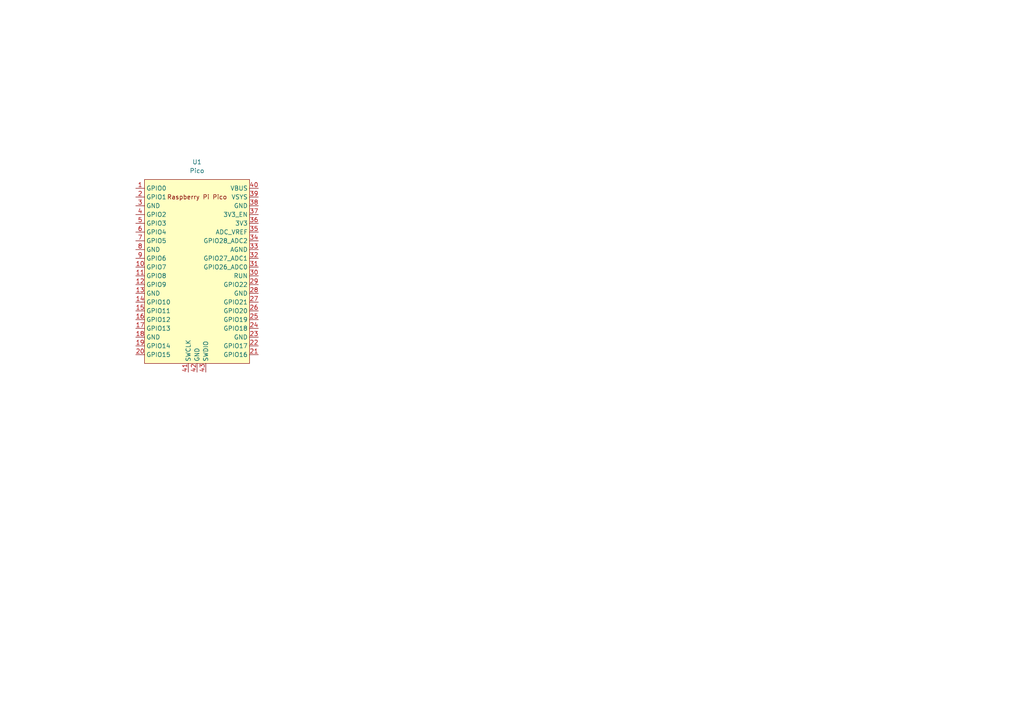
<source format=kicad_sch>
(kicad_sch (version 20231120) (generator "eeschema") (generator_version "8.0")
  (paper "A4")
  (lib_symbols
    (symbol "MCU_RaspberryPi_and_Boards:Pico"
      (property "Reference" "U" (at -13.97 27.94 0))
      (property "Value" "Pico" (at 0 19.05 0))
      (symbol "Pico_0_0"
        (text "Raspberry Pi Pico" (at 0 21.59 0) (effects (font (size 1.27 1.27))))
      )
      (symbol "Pico_0_1"
        (rectangle (start -15.24 26.67) (end 15.24 -26.67) (fill (type background)))
      )
      (symbol "Pico_1_1"
        (pin bidirectional line (at -17.78 24.13 0) (length 2.54) (name "GPIO0") (number "1"))
        (pin bidirectional line (at -17.78 1.27 0) (length 2.54) (name "GPIO7") (number "10"))
        (pin bidirectional line (at -17.78 -1.27 0) (length 2.54) (name "GPIO8") (number "11"))
        (pin bidirectional line (at -17.78 -3.81 0) (length 2.54) (name "GPIO9") (number "12"))
        (pin power_in line (at -17.78 -6.35 0) (length 2.54) (name "GND") (number "13"))
        (pin bidirectional line (at -17.78 -8.89 0) (length 2.54) (name "GPIO10") (number "14"))
        (pin bidirectional line (at -17.78 -11.43 0) (length 2.54) (name "GPIO11") (number "15"))
        (pin bidirectional line (at -17.78 -13.97 0) (length 2.54) (name "GPIO12") (number "16"))
        (pin bidirectional line (at -17.78 -16.51 0) (length 2.54) (name "GPIO13") (number "17"))
        (pin power_in line (at -17.78 -19.05 0) (length 2.54) (name "GND") (number "18"))
        (pin bidirectional line (at -17.78 -21.59 0) (length 2.54) (name "GPIO14") (number "19"))
        (pin bidirectional line (at -17.78 21.59 0) (length 2.54) (name "GPIO1") (number "2"))
        (pin bidirectional line (at -17.78 -24.13 0) (length 2.54) (name "GPIO15") (number "20"))
        (pin bidirectional line (at 17.78 -24.13 180) (length 2.54) (name "GPIO16") (number "21"))
        (pin bidirectional line (at 17.78 -21.59 180) (length 2.54) (name "GPIO17") (number "22"))
        (pin power_in line (at 17.78 -19.05 180) (length 2.54) (name "GND") (number "23"))
        (pin bidirectional line (at 17.78 -16.51 180) (length 2.54) (name "GPIO18") (number "24"))
        (pin bidirectional line (at 17.78 -13.97 180) (length 2.54) (name "GPIO19") (number "25"))
        (pin bidirectional line (at 17.78 -11.43 180) (length 2.54) (name "GPIO20") (number "26"))
        (pin bidirectional line (at 17.78 -8.89 180) (length 2.54) (name "GPIO21") (number "27"))
        (pin power_in line (at 17.78 -6.35 180) (length 2.54) (name "GND") (number "28"))
        (pin bidirectional line (at 17.78 -3.81 180) (length 2.54) (name "GPIO22") (number "29"))
        (pin power_in line (at -17.78 19.05 0) (length 2.54) (name "GND") (number "3"))
        (pin input line (at 17.78 -1.27 180) (length 2.54) (name "RUN") (number "30"))
        (pin bidirectional line (at 17.78 1.27 180) (length 2.54) (name "GPIO26_ADC0") (number "31"))
        (pin bidirectional line (at 17.78 3.81 180) (length 2.54) (name "GPIO27_ADC1") (number "32"))
        (pin power_in line (at 17.78 6.35 180) (length 2.54) (name "AGND") (number "33"))
        (pin bidirectional line (at 17.78 8.89 180) (length 2.54) (name "GPIO28_ADC2") (number "34"))
        (pin power_in line (at 17.78 11.43 180) (length 2.54) (name "ADC_VREF") (number "35"))
        (pin power_in line (at 17.78 13.97 180) (length 2.54) (name "3V3") (number "36"))
        (pin input line (at 17.78 16.51 180) (length 2.54) (name "3V3_EN") (number "37"))
        (pin bidirectional line (at 17.78 19.05 180) (length 2.54) (name "GND") (number "38"))
        (pin power_in line (at 17.78 21.59 180) (length 2.54) (name "VSYS") (number "39"))
        (pin bidirectional line (at -17.78 16.51 0) (length 2.54) (name "GPIO2") (number "4"))
        (pin power_in line (at 17.78 24.13 180) (length 2.54) (name "VBUS") (number "40"))
        (pin input line (at -2.54 -29.21 90) (length 2.54) (name "SWCLK") (number "41"))
        (pin power_in line (at 0 -29.21 90) (length 2.54) (name "GND") (number "42"))
        (pin bidirectional line (at 2.54 -29.21 90) (length 2.54) (name "SWDIO") (number "43"))
        (pin bidirectional line (at -17.78 13.97 0) (length 2.54) (name "GPIO3") (number "5"))
        (pin bidirectional line (at -17.78 11.43 0) (length 2.54) (name "GPIO4") (number "6"))
        (pin bidirectional line (at -17.78 8.89 0) (length 2.54) (name "GPIO5") (number "7"))
        (pin power_in line (at -17.78 6.35 0) (length 2.54) (name "GND") (number "8"))
        (pin bidirectional line (at -17.78 3.81 0) (length 2.54) (name "GPIO6") (number "9"))
      )
    )
  )
  (symbol (lib_id "MCU_RaspberryPi_and_Boards:Pico") (at 57.15 78.74 0) (unit 1)
    (property "Reference" "U1" (at 57.15 46.99 0))
    (property "Value" "Pico" (at 57.15 49.53 0))
    (property "Footprint" "RPi_Pico:RPi_Pico_SMD_TH" (effects (hide yes)))
  )
)
</source>
